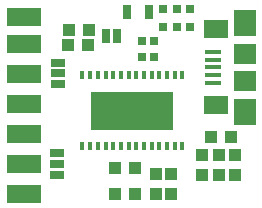
<source format=gts>
G04 DipTrace Beta 2.3.5.2*
%INMinimOSD_MK2.GTS*%
%MOIN*%
%ADD24R,0.1181X0.063*%
%ADD25R,0.05X0.025*%
%ADD28R,0.0394X0.0433*%
%ADD29R,0.0433X0.0394*%
%ADD30R,0.0315X0.0315*%
%ADD31R,0.0315X0.0472*%
%ADD32R,0.025X0.05*%
%ADD35R,0.0118X0.0315*%
%ADD36R,0.2756X0.126*%
%ADD38R,0.0531X0.0157*%
%ADD39R,0.0827X0.063*%
%ADD40R,0.0748X0.0906*%
%ADD41R,0.0748X0.0709*%
%ADD42R,0.0276X0.0295*%
%FSLAX44Y44*%
G04*
G70*
G90*
G75*
G01*
%LNTopMask*%
%LPD*%
D24*
X700Y6350D3*
D25*
X1800Y1800D3*
Y1446D3*
Y1083D3*
X1850Y4817D3*
Y4462D3*
Y4100D3*
D24*
X700Y2450D3*
Y1450D3*
Y450D3*
Y3450D3*
Y4450D3*
Y5450D3*
D29*
X2200Y5900D3*
X2869D3*
X4400Y1300D3*
X3731D3*
D28*
X5600Y1100D3*
Y431D3*
X5100Y1100D3*
Y431D3*
X6650Y1750D3*
Y1081D3*
X7750Y1750D3*
Y1081D3*
X7200Y1750D3*
Y1081D3*
D30*
X6250Y6600D3*
Y6009D3*
X5350Y6600D3*
Y6009D3*
X5800Y6600D3*
Y6009D3*
D31*
X4150Y6500D3*
X4859D3*
D32*
X3800Y5700D3*
X3446D3*
D35*
X2650Y4400D3*
X2906D3*
X3162D3*
X3418D3*
X3674D3*
X3930D3*
X4185D3*
X4441D3*
X4697D3*
X4953D3*
X5209D3*
X5465D3*
X5721D3*
X5977D3*
Y2038D3*
X5721D3*
X5465D3*
X5209D3*
X4953D3*
X4697D3*
X4441D3*
X4185D3*
X3930D3*
X3674D3*
X3418D3*
X3162D3*
X2906D3*
X2650D3*
D36*
X4313Y3219D3*
D38*
X7000Y4150D3*
Y4406D3*
Y4662D3*
Y4918D3*
Y5174D3*
D39*
X7089Y3402D3*
Y5922D3*
D40*
X8053Y3185D3*
Y6138D3*
D41*
Y4209D3*
Y5115D3*
D42*
X4650Y5000D3*
Y5531D3*
X5044D3*
Y5000D3*
D29*
X2850Y5400D3*
X2181D3*
X4400Y450D3*
X3731D3*
X7600Y2350D3*
X6931D3*
M02*

</source>
